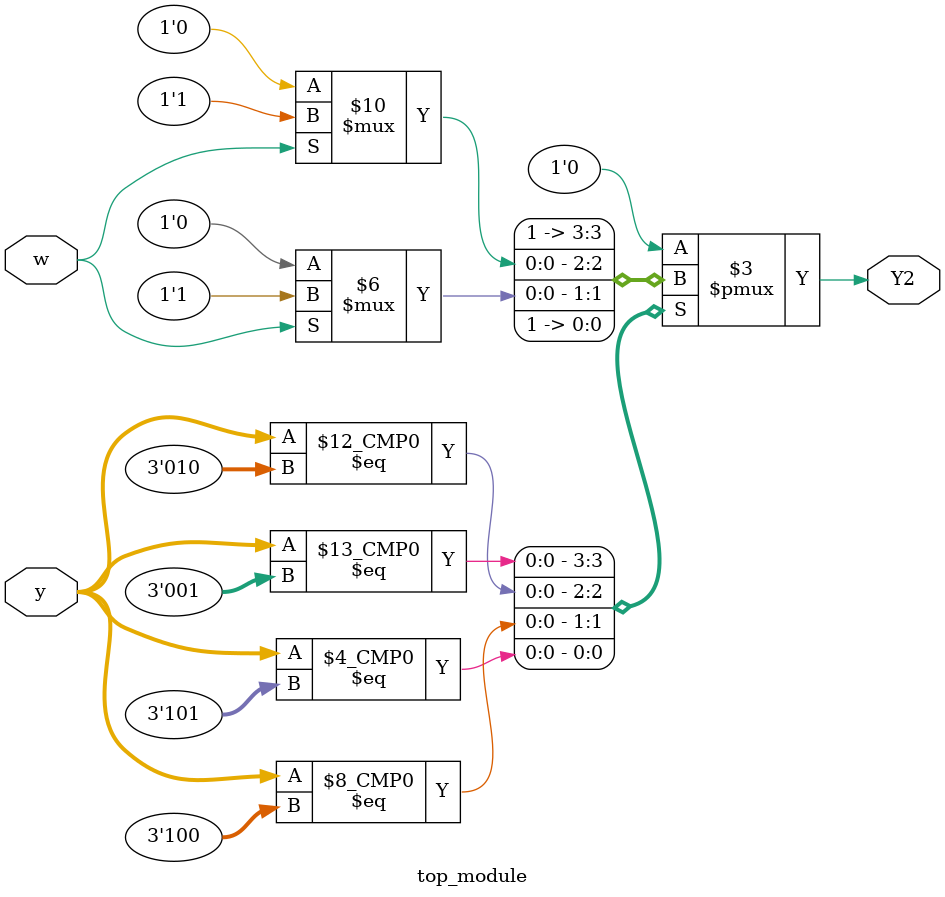
<source format=v>
module top_module (
    input [3:1] y,
    input w,
    output reg Y2);
    parameter a=3'b000;
    parameter b=3'b001;
    parameter c=3'b010;
    parameter d=3'b011;
    parameter e=3'b100;
    parameter f=3'b101;
    always @(*) begin
        case(y)
        b:Y2<=1;
        c:begin
            if (w) begin
                Y2<=1;
            end
            else begin
                Y2<=0;
            end
        end
        e:begin
            if (w) begin
                Y2<=1;
            end
            else begin
                Y2<=0;
            end
        end
        f:Y2<=1;
        default:Y2<=0;
        endcase
    end
endmodule


</source>
